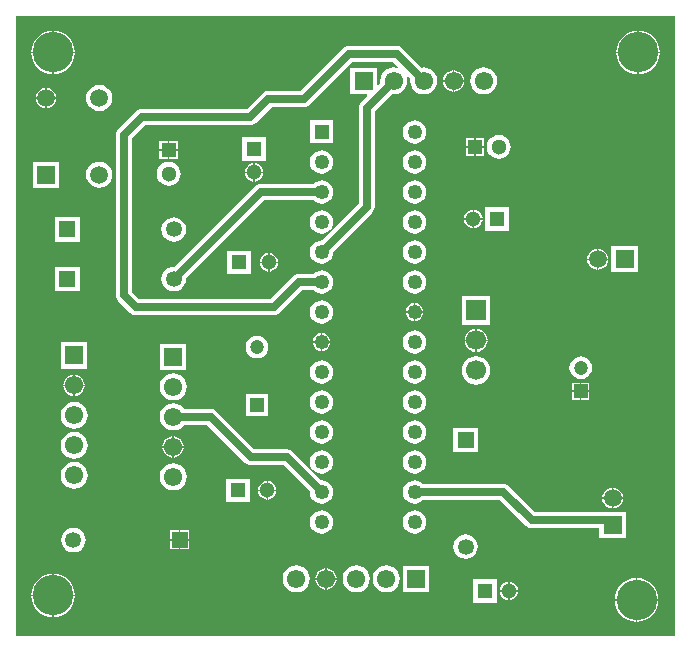
<source format=gbl>
G04*
G04 #@! TF.GenerationSoftware,Altium Limited,Altium Designer,23.2.1 (34)*
G04*
G04 Layer_Physical_Order=2*
G04 Layer_Color=16711680*
%FSLAX44Y44*%
%MOMM*%
G71*
G04*
G04 #@! TF.SameCoordinates,3E65621F-DDE3-4266-9229-7E2A0E2672EE*
G04*
G04*
G04 #@! TF.FilePolarity,Positive*
G04*
G01*
G75*
%ADD35C,0.6350*%
%ADD36C,1.5000*%
%ADD37R,1.5000X1.5000*%
%ADD38R,1.3000X1.3000*%
%ADD39C,1.3000*%
%ADD40R,1.5000X1.5000*%
%ADD41C,1.7000*%
%ADD42R,1.7000X1.7000*%
%ADD43C,3.4290*%
%ADD44C,1.3500*%
%ADD45R,1.3500X1.3500*%
%ADD46R,1.3000X1.3000*%
%ADD47R,1.3500X1.3500*%
%ADD48R,1.5500X1.5500*%
%ADD49C,1.5500*%
%ADD50R,1.5500X1.5500*%
%ADD51C,1.2500*%
%ADD52R,1.2500X1.2500*%
%ADD53R,1.2000X1.2000*%
%ADD54C,1.2000*%
G36*
X559301Y2039D02*
X2039D01*
Y527551D01*
X559301D01*
Y2039D01*
D02*
G37*
%LPC*%
G36*
X528955Y515012D02*
Y497205D01*
X546762D01*
X546469Y500180D01*
X545416Y503651D01*
X543706Y506850D01*
X541404Y509654D01*
X538600Y511956D01*
X535401Y513666D01*
X531930Y514719D01*
X528955Y515012D01*
D02*
G37*
G36*
X527685D02*
X524710Y514719D01*
X521239Y513666D01*
X518040Y511956D01*
X515236Y509654D01*
X512934Y506850D01*
X511224Y503651D01*
X510171Y500180D01*
X509878Y497205D01*
X527685D01*
Y515012D01*
D02*
G37*
G36*
X33655D02*
Y497205D01*
X51462D01*
X51169Y500180D01*
X50116Y503651D01*
X48406Y506850D01*
X46104Y509654D01*
X43300Y511956D01*
X40101Y513666D01*
X36630Y514719D01*
X33655Y515012D01*
D02*
G37*
G36*
X32385D02*
X29410Y514719D01*
X25939Y513666D01*
X22740Y511956D01*
X19936Y509654D01*
X17634Y506850D01*
X15924Y503651D01*
X14871Y500180D01*
X14578Y497205D01*
X32385D01*
Y515012D01*
D02*
G37*
G36*
X323850Y502089D02*
X283210D01*
X281453Y501858D01*
X279815Y501180D01*
X278409Y500101D01*
X242298Y463989D01*
X215265D01*
X213508Y463758D01*
X211870Y463079D01*
X210464Y462001D01*
X197213Y448749D01*
X107950D01*
X106193Y448518D01*
X104555Y447840D01*
X103149Y446761D01*
X87909Y431521D01*
X86831Y430115D01*
X86152Y428477D01*
X85921Y426720D01*
Y290830D01*
X86152Y289073D01*
X86831Y287435D01*
X87909Y286029D01*
X98069Y275869D01*
X99475Y274790D01*
X101113Y274112D01*
X102870Y273881D01*
X219710D01*
X221467Y274112D01*
X223105Y274790D01*
X224511Y275869D01*
X244112Y295471D01*
X253199D01*
X253356Y295266D01*
X255405Y293694D01*
X257790Y292706D01*
X260350Y292369D01*
X262910Y292706D01*
X265295Y293694D01*
X267344Y295266D01*
X268916Y297315D01*
X269904Y299700D01*
X270241Y302260D01*
X269904Y304820D01*
X268916Y307205D01*
X267344Y309254D01*
X265295Y310826D01*
X262910Y311814D01*
X260350Y312151D01*
X257790Y311814D01*
X255405Y310826D01*
X253356Y309254D01*
X253199Y309049D01*
X241300D01*
X239543Y308818D01*
X237905Y308139D01*
X236499Y307061D01*
X216898Y287459D01*
X105682D01*
X99499Y293642D01*
Y423908D01*
X110762Y435171D01*
X200025D01*
X201782Y435402D01*
X203420Y436081D01*
X204826Y437159D01*
X218077Y450411D01*
X245110D01*
X246867Y450642D01*
X248505Y451320D01*
X249911Y452399D01*
X286022Y488511D01*
X321038D01*
X325043Y484506D01*
X324323Y483429D01*
X324262Y483455D01*
X321310Y483844D01*
X318358Y483455D01*
X315608Y482316D01*
X313246Y480504D01*
X311434Y478142D01*
X310295Y475392D01*
X309906Y472440D01*
X310116Y470847D01*
X308389Y469121D01*
X307216Y469607D01*
Y483746D01*
X284604D01*
Y461134D01*
X298743D01*
X299229Y459961D01*
X293649Y454381D01*
X292570Y452975D01*
X291892Y451337D01*
X291661Y449580D01*
Y368572D01*
X260606Y337517D01*
X260350Y337551D01*
X257790Y337214D01*
X255405Y336226D01*
X253356Y334654D01*
X251784Y332605D01*
X250796Y330220D01*
X250459Y327660D01*
X250796Y325100D01*
X251784Y322715D01*
X253356Y320666D01*
X255405Y319095D01*
X257790Y318106D01*
X260350Y317769D01*
X262910Y318106D01*
X265295Y319095D01*
X267344Y320666D01*
X268916Y322715D01*
X269904Y325100D01*
X270241Y327660D01*
X270207Y327916D01*
X303251Y360959D01*
X304329Y362365D01*
X305008Y364003D01*
X305239Y365760D01*
Y446768D01*
X319717Y461246D01*
X321310Y461036D01*
X324262Y461425D01*
X327012Y462564D01*
X329374Y464376D01*
X331186Y466738D01*
X332325Y469488D01*
X332714Y472440D01*
X332325Y475392D01*
X332299Y475453D01*
X333376Y476173D01*
X335516Y474033D01*
X335306Y472440D01*
X335695Y469488D01*
X336834Y466738D01*
X338647Y464376D01*
X341008Y462564D01*
X343759Y461425D01*
X346710Y461036D01*
X349661Y461425D01*
X352412Y462564D01*
X354773Y464376D01*
X356586Y466738D01*
X357725Y469488D01*
X358114Y472440D01*
X357725Y475392D01*
X356586Y478142D01*
X354773Y480504D01*
X352412Y482316D01*
X349661Y483455D01*
X346710Y483844D01*
X345117Y483634D01*
X328651Y500101D01*
X327245Y501180D01*
X325607Y501858D01*
X324790Y501965D01*
X323850Y502089D01*
D02*
G37*
G36*
X546762Y495935D02*
X528955D01*
Y478128D01*
X531930Y478421D01*
X535401Y479474D01*
X538600Y481184D01*
X541404Y483486D01*
X543706Y486290D01*
X545416Y489489D01*
X546469Y492960D01*
X546762Y495935D01*
D02*
G37*
G36*
X527685D02*
X509878D01*
X510171Y492960D01*
X511224Y489489D01*
X512934Y486290D01*
X515236Y483486D01*
X518040Y481184D01*
X521239Y479474D01*
X524710Y478421D01*
X527685Y478128D01*
Y495935D01*
D02*
G37*
G36*
X51462D02*
X33655D01*
Y478128D01*
X36630Y478421D01*
X40101Y479474D01*
X43300Y481184D01*
X46104Y483486D01*
X48406Y486290D01*
X50116Y489489D01*
X51169Y492960D01*
X51462Y495935D01*
D02*
G37*
G36*
X32385D02*
X14578D01*
X14871Y492960D01*
X15924Y489489D01*
X17634Y486290D01*
X19936Y483486D01*
X22740Y481184D01*
X25939Y479474D01*
X29410Y478421D01*
X32385Y478128D01*
Y495935D01*
D02*
G37*
G36*
X372745Y481454D02*
Y473075D01*
X381124D01*
X380898Y474795D01*
X379989Y476989D01*
X378543Y478873D01*
X376659Y480319D01*
X374465Y481228D01*
X372745Y481454D01*
D02*
G37*
G36*
X371475D02*
X369755Y481228D01*
X367561Y480319D01*
X365677Y478873D01*
X364231Y476989D01*
X363322Y474795D01*
X363096Y473075D01*
X371475D01*
Y481454D01*
D02*
G37*
G36*
X381124Y471805D02*
X372745D01*
Y463426D01*
X374465Y463652D01*
X376659Y464561D01*
X378543Y466007D01*
X379989Y467891D01*
X380898Y470085D01*
X381124Y471805D01*
D02*
G37*
G36*
X371475D02*
X363096D01*
X363322Y470085D01*
X364231Y467891D01*
X365677Y466007D01*
X367561Y464561D01*
X369755Y463652D01*
X371475Y463426D01*
Y471805D01*
D02*
G37*
G36*
X397510Y483844D02*
X394558Y483455D01*
X391808Y482316D01*
X389446Y480504D01*
X387634Y478142D01*
X386495Y475392D01*
X386106Y472440D01*
X386495Y469488D01*
X387634Y466738D01*
X389446Y464376D01*
X391808Y462564D01*
X394558Y461425D01*
X397510Y461036D01*
X400462Y461425D01*
X403212Y462564D01*
X405574Y464376D01*
X407386Y466738D01*
X408525Y469488D01*
X408914Y472440D01*
X408525Y475392D01*
X407386Y478142D01*
X405574Y480504D01*
X403212Y482316D01*
X400462Y483455D01*
X397510Y483844D01*
D02*
G37*
G36*
X27665Y466712D02*
Y458585D01*
X35792D01*
X35574Y460239D01*
X34691Y462373D01*
X33285Y464205D01*
X31453Y465610D01*
X29320Y466494D01*
X27665Y466712D01*
D02*
G37*
G36*
X26395D02*
X24741Y466494D01*
X22607Y465610D01*
X20775Y464205D01*
X19370Y462373D01*
X18486Y460239D01*
X18268Y458585D01*
X26395D01*
Y466712D01*
D02*
G37*
G36*
X35792Y457315D02*
X27665D01*
Y449188D01*
X29320Y449406D01*
X31453Y450289D01*
X33285Y451695D01*
X34691Y453527D01*
X35574Y455660D01*
X35792Y457315D01*
D02*
G37*
G36*
X26395D02*
X18268D01*
X18486Y455660D01*
X19370Y453527D01*
X20775Y451695D01*
X22607Y450289D01*
X24741Y449406D01*
X26395Y449188D01*
Y457315D01*
D02*
G37*
G36*
X72030Y469101D02*
X69144Y468721D01*
X66454Y467607D01*
X64145Y465835D01*
X62372Y463526D01*
X61258Y460836D01*
X60878Y457950D01*
X61258Y455064D01*
X62372Y452374D01*
X64145Y450065D01*
X66454Y448292D01*
X69144Y447178D01*
X72030Y446798D01*
X74916Y447178D01*
X77606Y448292D01*
X79915Y450065D01*
X81687Y452374D01*
X82801Y455064D01*
X83181Y457950D01*
X82801Y460836D01*
X81687Y463526D01*
X79915Y465835D01*
X77606Y467607D01*
X74916Y468721D01*
X72030Y469101D01*
D02*
G37*
G36*
X270156Y439066D02*
X250544D01*
Y419454D01*
X270156D01*
Y439066D01*
D02*
G37*
G36*
X339090Y439151D02*
X336530Y438814D01*
X334145Y437826D01*
X332096Y436254D01*
X330524Y434205D01*
X329536Y431820D01*
X329199Y429260D01*
X329536Y426700D01*
X330524Y424315D01*
X332096Y422266D01*
X334145Y420695D01*
X336530Y419706D01*
X339090Y419369D01*
X341650Y419706D01*
X344035Y420695D01*
X346084Y422266D01*
X347655Y424315D01*
X348644Y426700D01*
X348981Y429260D01*
X348644Y431820D01*
X347655Y434205D01*
X346084Y436254D01*
X344035Y437826D01*
X341650Y438814D01*
X339090Y439151D01*
D02*
G37*
G36*
X397980Y424330D02*
X390845D01*
Y417195D01*
X397980D01*
Y424330D01*
D02*
G37*
G36*
X389575D02*
X382440D01*
Y417195D01*
X389575D01*
Y424330D01*
D02*
G37*
G36*
X138580Y421630D02*
X131445D01*
Y414495D01*
X138580D01*
Y421630D01*
D02*
G37*
G36*
X130175D02*
X123040D01*
Y414495D01*
X130175D01*
Y421630D01*
D02*
G37*
G36*
X397980Y415925D02*
X390845D01*
Y408790D01*
X397980D01*
Y415925D01*
D02*
G37*
G36*
X389575D02*
X382440D01*
Y408790D01*
X389575D01*
Y415925D01*
D02*
G37*
G36*
X410210Y426703D02*
X407585Y426357D01*
X405139Y425344D01*
X403038Y423732D01*
X401426Y421631D01*
X400413Y419185D01*
X400067Y416560D01*
X400413Y413935D01*
X401426Y411489D01*
X403038Y409388D01*
X405139Y407776D01*
X407585Y406763D01*
X410210Y406417D01*
X412835Y406763D01*
X415281Y407776D01*
X417382Y409388D01*
X418994Y411489D01*
X420007Y413935D01*
X420353Y416560D01*
X420007Y419185D01*
X418994Y421631D01*
X417382Y423732D01*
X415281Y425344D01*
X412835Y426357D01*
X410210Y426703D01*
D02*
G37*
G36*
X138580Y413225D02*
X131445D01*
Y406090D01*
X138580D01*
Y413225D01*
D02*
G37*
G36*
X130175D02*
X123040D01*
Y406090D01*
X130175D01*
Y413225D01*
D02*
G37*
G36*
X213256Y425026D02*
X193144D01*
Y404914D01*
X213256D01*
Y425026D01*
D02*
G37*
G36*
X203835Y402724D02*
Y395605D01*
X210954D01*
X210770Y396998D01*
X209987Y398889D01*
X208742Y400512D01*
X207118Y401757D01*
X205228Y402540D01*
X203835Y402724D01*
D02*
G37*
G36*
X202565D02*
X201172Y402540D01*
X199282Y401757D01*
X197658Y400512D01*
X196413Y398889D01*
X195630Y396998D01*
X195446Y395605D01*
X202565D01*
Y402724D01*
D02*
G37*
G36*
X339090Y413751D02*
X336530Y413414D01*
X334145Y412425D01*
X332096Y410854D01*
X330524Y408805D01*
X329536Y406420D01*
X329199Y403860D01*
X329536Y401300D01*
X330524Y398915D01*
X332096Y396866D01*
X334145Y395294D01*
X336530Y394306D01*
X339090Y393969D01*
X341650Y394306D01*
X344035Y395294D01*
X346084Y396866D01*
X347655Y398915D01*
X348644Y401300D01*
X348981Y403860D01*
X348644Y406420D01*
X347655Y408805D01*
X346084Y410854D01*
X344035Y412425D01*
X341650Y413414D01*
X339090Y413751D01*
D02*
G37*
G36*
X260350D02*
X257790Y413414D01*
X255405Y412425D01*
X253356Y410854D01*
X251784Y408805D01*
X250796Y406420D01*
X250459Y403860D01*
X250796Y401300D01*
X251784Y398915D01*
X253356Y396866D01*
X255405Y395294D01*
X257790Y394306D01*
X260350Y393969D01*
X262910Y394306D01*
X265295Y395294D01*
X267344Y396866D01*
X268916Y398915D01*
X269904Y401300D01*
X270241Y403860D01*
X269904Y406420D01*
X268916Y408805D01*
X267344Y410854D01*
X265295Y412425D01*
X262910Y413414D01*
X260350Y413751D01*
D02*
G37*
G36*
X210954Y394335D02*
X203835D01*
Y387216D01*
X205228Y387400D01*
X207118Y388183D01*
X208742Y389428D01*
X209987Y391051D01*
X210770Y392942D01*
X210954Y394335D01*
D02*
G37*
G36*
X202565D02*
X195446D01*
X195630Y392942D01*
X196413Y391051D01*
X197658Y389428D01*
X199282Y388183D01*
X201172Y387400D01*
X202565Y387216D01*
Y394335D01*
D02*
G37*
G36*
X130810Y404003D02*
X128185Y403657D01*
X125739Y402644D01*
X123638Y401032D01*
X122026Y398931D01*
X121013Y396485D01*
X120667Y393860D01*
X121013Y391235D01*
X122026Y388789D01*
X123638Y386688D01*
X125739Y385076D01*
X128185Y384063D01*
X130810Y383717D01*
X133435Y384063D01*
X135881Y385076D01*
X137982Y386688D01*
X139594Y388789D01*
X140607Y391235D01*
X140953Y393860D01*
X140607Y396485D01*
X139594Y398931D01*
X137982Y401032D01*
X135881Y402644D01*
X133435Y403657D01*
X130810Y404003D01*
D02*
G37*
G36*
X38086Y404006D02*
X15974D01*
Y381894D01*
X38086D01*
Y404006D01*
D02*
G37*
G36*
X72030Y404102D02*
X69144Y403722D01*
X66454Y402608D01*
X64145Y400835D01*
X62372Y398526D01*
X61258Y395836D01*
X60878Y392950D01*
X61258Y390064D01*
X62372Y387374D01*
X64145Y385065D01*
X66454Y383293D01*
X69144Y382179D01*
X72030Y381799D01*
X74916Y382179D01*
X77606Y383293D01*
X79915Y385065D01*
X81687Y387374D01*
X82801Y390064D01*
X83181Y392950D01*
X82801Y395836D01*
X81687Y398526D01*
X79915Y400835D01*
X77606Y402608D01*
X74916Y403722D01*
X72030Y404102D01*
D02*
G37*
G36*
X339090Y388351D02*
X336530Y388014D01*
X334145Y387025D01*
X332096Y385454D01*
X330524Y383405D01*
X329536Y381020D01*
X329199Y378460D01*
X329536Y375900D01*
X330524Y373515D01*
X332096Y371466D01*
X334145Y369894D01*
X336530Y368906D01*
X339090Y368569D01*
X341650Y368906D01*
X344035Y369894D01*
X346084Y371466D01*
X347655Y373515D01*
X348644Y375900D01*
X348981Y378460D01*
X348644Y381020D01*
X347655Y383405D01*
X346084Y385454D01*
X344035Y387025D01*
X341650Y388014D01*
X339090Y388351D01*
D02*
G37*
G36*
X260350D02*
X257790Y388014D01*
X255405Y387025D01*
X253356Y385454D01*
X253199Y385249D01*
X208830D01*
X207073Y385018D01*
X205436Y384339D01*
X204030Y383261D01*
X135871Y315103D01*
X135170Y315195D01*
X132480Y314841D01*
X129973Y313802D01*
X127820Y312150D01*
X126168Y309997D01*
X125129Y307490D01*
X124775Y304800D01*
X125129Y302110D01*
X126168Y299603D01*
X127820Y297450D01*
X129973Y295798D01*
X132480Y294759D01*
X135170Y294405D01*
X137861Y294759D01*
X140368Y295798D01*
X142521Y297450D01*
X144172Y299603D01*
X145211Y302110D01*
X145565Y304800D01*
X145473Y305501D01*
X211642Y371671D01*
X253199D01*
X253356Y371466D01*
X255405Y369894D01*
X257790Y368906D01*
X260350Y368569D01*
X262910Y368906D01*
X265295Y369894D01*
X267344Y371466D01*
X268916Y373515D01*
X269904Y375900D01*
X270241Y378460D01*
X269904Y381020D01*
X268916Y383405D01*
X267344Y385454D01*
X265295Y387025D01*
X262910Y388014D01*
X260350Y388351D01*
D02*
G37*
G36*
X389575Y363354D02*
Y356235D01*
X396693D01*
X396510Y357628D01*
X395727Y359519D01*
X394482Y361142D01*
X392859Y362387D01*
X390968Y363170D01*
X389575Y363354D01*
D02*
G37*
G36*
X388305D02*
X386912Y363170D01*
X385022Y362387D01*
X383398Y361142D01*
X382153Y359519D01*
X381370Y357628D01*
X381187Y356235D01*
X388305D01*
Y363354D01*
D02*
G37*
G36*
X396693Y354965D02*
X389575D01*
Y347846D01*
X390968Y348030D01*
X392859Y348813D01*
X394482Y350058D01*
X395727Y351682D01*
X396510Y353572D01*
X396693Y354965D01*
D02*
G37*
G36*
X388305D02*
X381187D01*
X381370Y353572D01*
X382153Y351682D01*
X383398Y350058D01*
X385022Y348813D01*
X386912Y348030D01*
X388305Y347846D01*
Y354965D01*
D02*
G37*
G36*
X418996Y365656D02*
X398884D01*
Y345544D01*
X418996D01*
Y365656D01*
D02*
G37*
G36*
X339090Y362951D02*
X336530Y362614D01*
X334145Y361626D01*
X332096Y360054D01*
X330524Y358005D01*
X329536Y355620D01*
X329199Y353060D01*
X329536Y350500D01*
X330524Y348115D01*
X332096Y346066D01*
X334145Y344495D01*
X336530Y343506D01*
X339090Y343169D01*
X341650Y343506D01*
X344035Y344495D01*
X346084Y346066D01*
X347655Y348115D01*
X348644Y350500D01*
X348981Y353060D01*
X348644Y355620D01*
X347655Y358005D01*
X346084Y360054D01*
X344035Y361626D01*
X341650Y362614D01*
X339090Y362951D01*
D02*
G37*
G36*
X260350D02*
X257790Y362614D01*
X255405Y361626D01*
X253356Y360054D01*
X251784Y358005D01*
X250796Y355620D01*
X250459Y353060D01*
X250796Y350500D01*
X251784Y348115D01*
X253356Y346066D01*
X255405Y344495D01*
X257790Y343506D01*
X260350Y343169D01*
X262910Y343506D01*
X265295Y344495D01*
X267344Y346066D01*
X268916Y348115D01*
X269904Y350500D01*
X270241Y353060D01*
X269904Y355620D01*
X268916Y358005D01*
X267344Y360054D01*
X265295Y361626D01*
X262910Y362614D01*
X260350Y362951D01*
D02*
G37*
G36*
X55476Y357016D02*
X34864D01*
Y336404D01*
X55476D01*
Y357016D01*
D02*
G37*
G36*
X135170Y357105D02*
X132480Y356751D01*
X129973Y355712D01*
X127820Y354060D01*
X126168Y351907D01*
X125129Y349400D01*
X124775Y346710D01*
X125129Y344020D01*
X126168Y341513D01*
X127820Y339360D01*
X129973Y337708D01*
X132480Y336669D01*
X135170Y336315D01*
X137861Y336669D01*
X140368Y337708D01*
X142521Y339360D01*
X144172Y341513D01*
X145211Y344020D01*
X145565Y346710D01*
X145211Y349400D01*
X144172Y351907D01*
X142521Y354060D01*
X140368Y355712D01*
X137861Y356751D01*
X135170Y357105D01*
D02*
G37*
G36*
X494695Y330072D02*
Y321945D01*
X502822D01*
X502604Y323599D01*
X501721Y325733D01*
X500315Y327565D01*
X498483Y328971D01*
X496349Y329854D01*
X494695Y330072D01*
D02*
G37*
G36*
X493425D02*
X491771Y329854D01*
X489637Y328971D01*
X487805Y327565D01*
X486399Y325733D01*
X485516Y323599D01*
X485298Y321945D01*
X493425D01*
Y330072D01*
D02*
G37*
G36*
X216335Y326523D02*
Y319405D01*
X223454D01*
X223270Y320798D01*
X222487Y322688D01*
X221242Y324312D01*
X219618Y325557D01*
X217728Y326340D01*
X216335Y326523D01*
D02*
G37*
G36*
X215065Y326524D02*
X213672Y326340D01*
X211782Y325557D01*
X210158Y324312D01*
X208913Y322688D01*
X208130Y320798D01*
X207946Y319405D01*
X215065D01*
Y326524D01*
D02*
G37*
G36*
X339090Y337551D02*
X336530Y337214D01*
X334145Y336226D01*
X332096Y334654D01*
X330524Y332605D01*
X329536Y330220D01*
X329199Y327660D01*
X329536Y325100D01*
X330524Y322715D01*
X332096Y320666D01*
X334145Y319095D01*
X336530Y318106D01*
X339090Y317769D01*
X341650Y318106D01*
X344035Y319095D01*
X346084Y320666D01*
X347655Y322715D01*
X348644Y325100D01*
X348981Y327660D01*
X348644Y330220D01*
X347655Y332605D01*
X346084Y334654D01*
X344035Y336226D01*
X341650Y337214D01*
X339090Y337551D01*
D02*
G37*
G36*
X502822Y320675D02*
X494695D01*
Y312548D01*
X496349Y312766D01*
X498483Y313649D01*
X500315Y315055D01*
X501721Y316887D01*
X502604Y319021D01*
X502822Y320675D01*
D02*
G37*
G36*
X493425D02*
X485298D01*
X485516Y319021D01*
X486399Y316887D01*
X487805Y315055D01*
X489637Y313649D01*
X491771Y312766D01*
X493425Y312548D01*
Y320675D01*
D02*
G37*
G36*
X223454Y318135D02*
X216335D01*
Y311017D01*
X217728Y311200D01*
X219618Y311983D01*
X221242Y313228D01*
X222487Y314851D01*
X223270Y316742D01*
X223454Y318135D01*
D02*
G37*
G36*
X215065D02*
X207946D01*
X208130Y316742D01*
X208913Y314851D01*
X210158Y313228D01*
X211782Y311983D01*
X213672Y311200D01*
X215065Y311017D01*
Y318135D01*
D02*
G37*
G36*
X527916Y332366D02*
X505804D01*
Y310254D01*
X527916D01*
Y332366D01*
D02*
G37*
G36*
X200756Y328826D02*
X180644D01*
Y308714D01*
X200756D01*
Y328826D01*
D02*
G37*
G36*
X55476Y315106D02*
X34864D01*
Y294494D01*
X55476D01*
Y315106D01*
D02*
G37*
G36*
X339090Y312151D02*
X336530Y311814D01*
X334145Y310826D01*
X332096Y309254D01*
X330524Y307205D01*
X329536Y304820D01*
X329199Y302260D01*
X329536Y299700D01*
X330524Y297315D01*
X332096Y295266D01*
X334145Y293694D01*
X336530Y292706D01*
X339090Y292369D01*
X341650Y292706D01*
X344035Y293694D01*
X346084Y295266D01*
X347655Y297315D01*
X348644Y299700D01*
X348981Y302260D01*
X348644Y304820D01*
X347655Y307205D01*
X346084Y309254D01*
X344035Y310826D01*
X341650Y311814D01*
X339090Y312151D01*
D02*
G37*
G36*
X339725Y284361D02*
Y277495D01*
X346591D01*
X346417Y278823D01*
X345659Y280652D01*
X344453Y282223D01*
X342882Y283429D01*
X341053Y284186D01*
X339725Y284361D01*
D02*
G37*
G36*
X338455D02*
X337127Y284186D01*
X335298Y283429D01*
X333727Y282223D01*
X332521Y280652D01*
X331763Y278823D01*
X331589Y277495D01*
X338455D01*
Y284361D01*
D02*
G37*
G36*
X346591Y276225D02*
X339725D01*
Y269359D01*
X341053Y269534D01*
X342882Y270291D01*
X344453Y271497D01*
X345659Y273068D01*
X346417Y274897D01*
X346591Y276225D01*
D02*
G37*
G36*
X338455D02*
X331589D01*
X331763Y274897D01*
X332521Y273068D01*
X333727Y271497D01*
X335298Y270291D01*
X337127Y269534D01*
X338455Y269359D01*
Y276225D01*
D02*
G37*
G36*
X260350Y286751D02*
X257790Y286414D01*
X255405Y285425D01*
X253356Y283854D01*
X251784Y281805D01*
X250796Y279420D01*
X250459Y276860D01*
X250796Y274300D01*
X251784Y271915D01*
X253356Y269866D01*
X255405Y268295D01*
X257790Y267306D01*
X260350Y266969D01*
X262910Y267306D01*
X265295Y268295D01*
X267344Y269866D01*
X268916Y271915D01*
X269904Y274300D01*
X270241Y276860D01*
X269904Y279420D01*
X268916Y281805D01*
X267344Y283854D01*
X265295Y285425D01*
X262910Y286414D01*
X260350Y286751D01*
D02*
G37*
G36*
X403216Y290186D02*
X379104D01*
Y266074D01*
X403216D01*
Y290186D01*
D02*
G37*
G36*
X391795Y262501D02*
Y253365D01*
X400931D01*
X400678Y255280D01*
X399694Y257657D01*
X398128Y259698D01*
X396087Y261264D01*
X393711Y262248D01*
X391795Y262501D01*
D02*
G37*
G36*
X390525D02*
X388610Y262248D01*
X386233Y261264D01*
X384192Y259698D01*
X382626Y257657D01*
X381642Y255280D01*
X381389Y253365D01*
X390525D01*
Y262501D01*
D02*
G37*
G36*
X260985Y258961D02*
Y252095D01*
X267851D01*
X267677Y253423D01*
X266919Y255252D01*
X265713Y256823D01*
X264142Y258029D01*
X262313Y258787D01*
X260985Y258961D01*
D02*
G37*
G36*
X259715D02*
X258387Y258787D01*
X256558Y258029D01*
X254987Y256823D01*
X253781Y255252D01*
X253023Y253423D01*
X252849Y252095D01*
X259715D01*
Y258961D01*
D02*
G37*
G36*
X267851Y250825D02*
X260985D01*
Y243959D01*
X262313Y244133D01*
X264142Y244891D01*
X265713Y246097D01*
X266919Y247668D01*
X267677Y249497D01*
X267851Y250825D01*
D02*
G37*
G36*
X259715D02*
X252849D01*
X253023Y249497D01*
X253781Y247668D01*
X254987Y246097D01*
X256558Y244891D01*
X258387Y244133D01*
X259715Y243959D01*
Y250825D01*
D02*
G37*
G36*
X400931Y252095D02*
X391795D01*
Y242959D01*
X393711Y243211D01*
X396087Y244196D01*
X398128Y245762D01*
X399694Y247803D01*
X400678Y250180D01*
X400931Y252095D01*
D02*
G37*
G36*
X390525D02*
X381389D01*
X381642Y250180D01*
X382626Y247803D01*
X384192Y245762D01*
X386233Y244196D01*
X388610Y243211D01*
X390525Y242959D01*
Y252095D01*
D02*
G37*
G36*
X339090Y261351D02*
X336530Y261014D01*
X334145Y260026D01*
X332096Y258454D01*
X330524Y256405D01*
X329536Y254020D01*
X329199Y251460D01*
X329536Y248900D01*
X330524Y246515D01*
X332096Y244466D01*
X334145Y242894D01*
X336530Y241906D01*
X339090Y241569D01*
X341650Y241906D01*
X344035Y242894D01*
X346084Y244466D01*
X347655Y246515D01*
X348644Y248900D01*
X348981Y251460D01*
X348644Y254020D01*
X347655Y256405D01*
X346084Y258454D01*
X344035Y260026D01*
X341650Y261014D01*
X339090Y261351D01*
D02*
G37*
G36*
X205740Y256759D02*
X203245Y256430D01*
X200921Y255467D01*
X198925Y253936D01*
X197393Y251939D01*
X196430Y249615D01*
X196102Y247120D01*
X196430Y244625D01*
X197393Y242301D01*
X198925Y240305D01*
X200921Y238773D01*
X203245Y237810D01*
X205740Y237482D01*
X208235Y237810D01*
X210559Y238773D01*
X212555Y240305D01*
X214087Y242301D01*
X215050Y244625D01*
X215378Y247120D01*
X215050Y249615D01*
X214087Y251939D01*
X212555Y253936D01*
X210559Y255467D01*
X208235Y256430D01*
X205740Y256759D01*
D02*
G37*
G36*
X62106Y251336D02*
X39494D01*
Y228724D01*
X62106D01*
Y251336D01*
D02*
G37*
G36*
X145926Y250066D02*
X123314D01*
Y227454D01*
X145926D01*
Y250066D01*
D02*
G37*
G36*
X479690Y239348D02*
X477196Y239020D01*
X474871Y238057D01*
X472875Y236525D01*
X471343Y234529D01*
X470380Y232205D01*
X470052Y229710D01*
X470380Y227215D01*
X471343Y224891D01*
X472875Y222895D01*
X474871Y221363D01*
X477196Y220400D01*
X479690Y220072D01*
X482185Y220400D01*
X484509Y221363D01*
X486506Y222895D01*
X488037Y224891D01*
X489000Y227215D01*
X489329Y229710D01*
X489000Y232205D01*
X488037Y234529D01*
X486506Y236525D01*
X484509Y238057D01*
X482185Y239020D01*
X479690Y239348D01*
D02*
G37*
G36*
X339090Y235951D02*
X336530Y235614D01*
X334145Y234625D01*
X332096Y233054D01*
X330524Y231005D01*
X329536Y228620D01*
X329199Y226060D01*
X329536Y223500D01*
X330524Y221115D01*
X332096Y219066D01*
X334145Y217495D01*
X336530Y216506D01*
X339090Y216169D01*
X341650Y216506D01*
X344035Y217495D01*
X346084Y219066D01*
X347655Y221115D01*
X348644Y223500D01*
X348981Y226060D01*
X348644Y228620D01*
X347655Y231005D01*
X346084Y233054D01*
X344035Y234625D01*
X341650Y235614D01*
X339090Y235951D01*
D02*
G37*
G36*
X260350D02*
X257790Y235614D01*
X255405Y234625D01*
X253356Y233054D01*
X251784Y231005D01*
X250796Y228620D01*
X250459Y226060D01*
X250796Y223500D01*
X251784Y221115D01*
X253356Y219066D01*
X255405Y217495D01*
X257790Y216506D01*
X260350Y216169D01*
X262910Y216506D01*
X265295Y217495D01*
X267344Y219066D01*
X268916Y221115D01*
X269904Y223500D01*
X270241Y226060D01*
X269904Y228620D01*
X268916Y231005D01*
X267344Y233054D01*
X265295Y234625D01*
X262910Y235614D01*
X260350Y235951D01*
D02*
G37*
G36*
X51435Y223644D02*
Y215265D01*
X59814D01*
X59588Y216985D01*
X58679Y219179D01*
X57233Y221063D01*
X55349Y222509D01*
X53155Y223418D01*
X51435Y223644D01*
D02*
G37*
G36*
X50165D02*
X48445Y223418D01*
X46251Y222509D01*
X44367Y221063D01*
X42921Y219179D01*
X42012Y216985D01*
X41786Y215265D01*
X50165D01*
Y223644D01*
D02*
G37*
G36*
X391160Y239490D02*
X388013Y239076D01*
X385080Y237861D01*
X382562Y235928D01*
X380629Y233410D01*
X379414Y230477D01*
X379000Y227330D01*
X379414Y224183D01*
X380629Y221250D01*
X382562Y218732D01*
X385080Y216799D01*
X388013Y215584D01*
X391160Y215170D01*
X394307Y215584D01*
X397240Y216799D01*
X399758Y218732D01*
X401691Y221250D01*
X402906Y224183D01*
X403320Y227330D01*
X402906Y230477D01*
X401691Y233410D01*
X399758Y235928D01*
X397240Y237861D01*
X394307Y239076D01*
X391160Y239490D01*
D02*
G37*
G36*
X486960Y216980D02*
X480325D01*
Y210345D01*
X486960D01*
Y216980D01*
D02*
G37*
G36*
X479055D02*
X472420D01*
Y210345D01*
X479055D01*
Y216980D01*
D02*
G37*
G36*
X59814Y213995D02*
X51435D01*
Y205616D01*
X53155Y205842D01*
X55349Y206751D01*
X57233Y208197D01*
X58679Y210081D01*
X59588Y212275D01*
X59814Y213995D01*
D02*
G37*
G36*
X50165D02*
X41786D01*
X42012Y212275D01*
X42921Y210081D01*
X44367Y208197D01*
X46251Y206751D01*
X48445Y205842D01*
X50165Y205616D01*
Y213995D01*
D02*
G37*
G36*
X486960Y209075D02*
X480325D01*
Y202440D01*
X486960D01*
Y209075D01*
D02*
G37*
G36*
X479055D02*
X472420D01*
Y202440D01*
X479055D01*
Y209075D01*
D02*
G37*
G36*
X134620Y224764D02*
X131669Y224375D01*
X128918Y223236D01*
X126557Y221423D01*
X124744Y219062D01*
X123605Y216311D01*
X123216Y213360D01*
X123605Y210408D01*
X124744Y207658D01*
X126557Y205296D01*
X128918Y203484D01*
X131669Y202345D01*
X134620Y201956D01*
X137571Y202345D01*
X140322Y203484D01*
X142683Y205296D01*
X144496Y207658D01*
X145635Y210408D01*
X146024Y213360D01*
X145635Y216311D01*
X144496Y219062D01*
X142683Y221423D01*
X140322Y223236D01*
X137571Y224375D01*
X134620Y224764D01*
D02*
G37*
G36*
X339090Y210551D02*
X336530Y210214D01*
X334145Y209226D01*
X332096Y207654D01*
X330524Y205605D01*
X329536Y203220D01*
X329199Y200660D01*
X329536Y198100D01*
X330524Y195715D01*
X332096Y193666D01*
X334145Y192094D01*
X336530Y191106D01*
X339090Y190769D01*
X341650Y191106D01*
X344035Y192094D01*
X346084Y193666D01*
X347655Y195715D01*
X348644Y198100D01*
X348981Y200660D01*
X348644Y203220D01*
X347655Y205605D01*
X346084Y207654D01*
X344035Y209226D01*
X341650Y210214D01*
X339090Y210551D01*
D02*
G37*
G36*
X260350D02*
X257790Y210214D01*
X255405Y209226D01*
X253356Y207654D01*
X251784Y205605D01*
X250796Y203220D01*
X250459Y200660D01*
X250796Y198100D01*
X251784Y195715D01*
X253356Y193666D01*
X255405Y192094D01*
X257790Y191106D01*
X260350Y190769D01*
X262910Y191106D01*
X265295Y192094D01*
X267344Y193666D01*
X268916Y195715D01*
X269904Y198100D01*
X270241Y200660D01*
X269904Y203220D01*
X268916Y205605D01*
X267344Y207654D01*
X265295Y209226D01*
X262910Y210214D01*
X260350Y210551D01*
D02*
G37*
G36*
X215296Y207676D02*
X196184D01*
Y188564D01*
X215296D01*
Y207676D01*
D02*
G37*
G36*
X50800Y200634D02*
X47849Y200245D01*
X45098Y199106D01*
X42737Y197293D01*
X40924Y194932D01*
X39785Y192181D01*
X39396Y189230D01*
X39785Y186278D01*
X40924Y183528D01*
X42737Y181166D01*
X45098Y179354D01*
X47849Y178215D01*
X50800Y177826D01*
X53752Y178215D01*
X56502Y179354D01*
X58864Y181166D01*
X60676Y183528D01*
X61815Y186278D01*
X62204Y189230D01*
X61815Y192181D01*
X60676Y194932D01*
X58864Y197293D01*
X56502Y199106D01*
X53752Y200245D01*
X50800Y200634D01*
D02*
G37*
G36*
X339090Y185151D02*
X336530Y184814D01*
X334145Y183825D01*
X332096Y182254D01*
X330524Y180205D01*
X329536Y177820D01*
X329199Y175260D01*
X329536Y172700D01*
X330524Y170315D01*
X332096Y168266D01*
X334145Y166695D01*
X336530Y165706D01*
X339090Y165369D01*
X341650Y165706D01*
X344035Y166695D01*
X346084Y168266D01*
X347655Y170315D01*
X348644Y172700D01*
X348981Y175260D01*
X348644Y177820D01*
X347655Y180205D01*
X346084Y182254D01*
X344035Y183825D01*
X341650Y184814D01*
X339090Y185151D01*
D02*
G37*
G36*
X260350D02*
X257790Y184814D01*
X255405Y183825D01*
X253356Y182254D01*
X251784Y180205D01*
X250796Y177820D01*
X250459Y175260D01*
X250796Y172700D01*
X251784Y170315D01*
X253356Y168266D01*
X255405Y166695D01*
X257790Y165706D01*
X260350Y165369D01*
X262910Y165706D01*
X265295Y166695D01*
X267344Y168266D01*
X268916Y170315D01*
X269904Y172700D01*
X270241Y175260D01*
X269904Y177820D01*
X268916Y180205D01*
X267344Y182254D01*
X265295Y183825D01*
X262910Y184814D01*
X260350Y185151D01*
D02*
G37*
G36*
X135255Y171574D02*
Y163195D01*
X143634D01*
X143408Y164915D01*
X142499Y167109D01*
X141053Y168993D01*
X139169Y170439D01*
X136975Y171348D01*
X135255Y171574D01*
D02*
G37*
G36*
X133985D02*
X132265Y171348D01*
X130071Y170439D01*
X128187Y168993D01*
X126741Y167109D01*
X125832Y164915D01*
X125606Y163195D01*
X133985D01*
Y171574D01*
D02*
G37*
G36*
X392576Y178496D02*
X371964D01*
Y157884D01*
X392576D01*
Y178496D01*
D02*
G37*
G36*
X143634Y161925D02*
X135255D01*
Y153546D01*
X136975Y153772D01*
X139169Y154681D01*
X141053Y156127D01*
X142499Y158011D01*
X143408Y160205D01*
X143634Y161925D01*
D02*
G37*
G36*
X133985D02*
X125606D01*
X125832Y160205D01*
X126741Y158011D01*
X128187Y156127D01*
X130071Y154681D01*
X132265Y153772D01*
X133985Y153546D01*
Y161925D01*
D02*
G37*
G36*
X50800Y175234D02*
X47849Y174845D01*
X45098Y173706D01*
X42737Y171894D01*
X40924Y169532D01*
X39785Y166782D01*
X39396Y163830D01*
X39785Y160879D01*
X40924Y158128D01*
X42737Y155766D01*
X45098Y153954D01*
X47849Y152815D01*
X50800Y152426D01*
X53752Y152815D01*
X56502Y153954D01*
X58864Y155766D01*
X60676Y158128D01*
X61815Y160879D01*
X62204Y163830D01*
X61815Y166782D01*
X60676Y169532D01*
X58864Y171894D01*
X56502Y173706D01*
X53752Y174845D01*
X50800Y175234D01*
D02*
G37*
G36*
X339090Y159751D02*
X336530Y159414D01*
X334145Y158426D01*
X332096Y156854D01*
X330524Y154805D01*
X329536Y152420D01*
X329199Y149860D01*
X329536Y147300D01*
X330524Y144915D01*
X332096Y142866D01*
X334145Y141294D01*
X336530Y140306D01*
X339090Y139969D01*
X341650Y140306D01*
X344035Y141294D01*
X346084Y142866D01*
X347655Y144915D01*
X348644Y147300D01*
X348981Y149860D01*
X348644Y152420D01*
X347655Y154805D01*
X346084Y156854D01*
X344035Y158426D01*
X341650Y159414D01*
X339090Y159751D01*
D02*
G37*
G36*
X260350D02*
X257790Y159414D01*
X255405Y158426D01*
X253356Y156854D01*
X251784Y154805D01*
X250796Y152420D01*
X250459Y149860D01*
X250796Y147300D01*
X251784Y144915D01*
X253356Y142866D01*
X255405Y141294D01*
X257790Y140306D01*
X260350Y139969D01*
X262910Y140306D01*
X265295Y141294D01*
X267344Y142866D01*
X268916Y144915D01*
X269904Y147300D01*
X270241Y149860D01*
X269904Y152420D01*
X268916Y154805D01*
X267344Y156854D01*
X265295Y158426D01*
X262910Y159414D01*
X260350Y159751D01*
D02*
G37*
G36*
X50800Y149834D02*
X47849Y149445D01*
X45098Y148306D01*
X42737Y146494D01*
X40924Y144132D01*
X39785Y141382D01*
X39396Y138430D01*
X39785Y135478D01*
X40924Y132728D01*
X42737Y130366D01*
X45098Y128554D01*
X47849Y127415D01*
X50800Y127026D01*
X53752Y127415D01*
X56502Y128554D01*
X58864Y130366D01*
X60676Y132728D01*
X61815Y135478D01*
X62204Y138430D01*
X61815Y141382D01*
X60676Y144132D01*
X58864Y146494D01*
X56502Y148306D01*
X53752Y149445D01*
X50800Y149834D01*
D02*
G37*
G36*
X215065Y133483D02*
Y126365D01*
X222184D01*
X222000Y127758D01*
X221217Y129649D01*
X219972Y131272D01*
X218349Y132517D01*
X216459Y133300D01*
X215065Y133483D01*
D02*
G37*
G36*
X213795Y133483D02*
X212402Y133300D01*
X210512Y132517D01*
X208889Y131272D01*
X207643Y129649D01*
X206860Y127758D01*
X206677Y126365D01*
X213795D01*
Y133483D01*
D02*
G37*
G36*
X134620Y148564D02*
X131669Y148175D01*
X128918Y147036D01*
X126557Y145224D01*
X124744Y142862D01*
X123605Y140112D01*
X123216Y137160D01*
X123605Y134208D01*
X124744Y131458D01*
X126557Y129096D01*
X128918Y127284D01*
X131669Y126145D01*
X134620Y125756D01*
X137571Y126145D01*
X140322Y127284D01*
X142683Y129096D01*
X144496Y131458D01*
X145635Y134208D01*
X146024Y137160D01*
X145635Y140112D01*
X144496Y142862D01*
X142683Y145224D01*
X140322Y147036D01*
X137571Y148175D01*
X134620Y148564D01*
D02*
G37*
G36*
X507365Y128112D02*
Y119985D01*
X515492D01*
X515274Y121639D01*
X514391Y123773D01*
X512985Y125605D01*
X511153Y127011D01*
X509019Y127894D01*
X507365Y128112D01*
D02*
G37*
G36*
X506095D02*
X504441Y127894D01*
X502307Y127011D01*
X500475Y125605D01*
X499069Y123773D01*
X498186Y121639D01*
X497968Y119985D01*
X506095D01*
Y128112D01*
D02*
G37*
G36*
X222184Y125095D02*
X215065D01*
Y117977D01*
X216459Y118160D01*
X218349Y118943D01*
X219972Y120188D01*
X221217Y121812D01*
X222000Y123702D01*
X222184Y125095D01*
D02*
G37*
G36*
X213795D02*
X206677D01*
X206860Y123702D01*
X207643Y121812D01*
X208889Y120188D01*
X210512Y118943D01*
X212402Y118160D01*
X213795Y117977D01*
Y125095D01*
D02*
G37*
G36*
X199486Y135786D02*
X179374D01*
Y115674D01*
X199486D01*
Y135786D01*
D02*
G37*
G36*
X134620Y199364D02*
X131669Y198975D01*
X128918Y197836D01*
X126557Y196024D01*
X124744Y193662D01*
X123605Y190912D01*
X123216Y187960D01*
X123605Y185009D01*
X124744Y182258D01*
X126557Y179897D01*
X128918Y178084D01*
X131669Y176945D01*
X134620Y176556D01*
X137571Y176945D01*
X140322Y178084D01*
X142683Y179897D01*
X143661Y181171D01*
X163558D01*
X195859Y148869D01*
X197265Y147790D01*
X198903Y147112D01*
X200660Y146881D01*
X228328D01*
X250493Y124716D01*
X250459Y124460D01*
X250796Y121900D01*
X251784Y119515D01*
X253356Y117466D01*
X255405Y115894D01*
X257790Y114906D01*
X260350Y114569D01*
X262910Y114906D01*
X265295Y115894D01*
X267344Y117466D01*
X268916Y119515D01*
X269904Y121900D01*
X270241Y124460D01*
X269904Y127020D01*
X268916Y129405D01*
X267344Y131454D01*
X265295Y133026D01*
X262910Y134014D01*
X260350Y134351D01*
X260094Y134317D01*
X235941Y158471D01*
X234535Y159550D01*
X232897Y160228D01*
X231140Y160459D01*
X203472D01*
X171171Y192761D01*
X169765Y193839D01*
X168127Y194518D01*
X166370Y194749D01*
X143661D01*
X142683Y196024D01*
X140322Y197836D01*
X137571Y198975D01*
X134620Y199364D01*
D02*
G37*
G36*
X515492Y118715D02*
X507365D01*
Y110588D01*
X509019Y110806D01*
X511153Y111690D01*
X512985Y113095D01*
X514391Y114927D01*
X515274Y117061D01*
X515492Y118715D01*
D02*
G37*
G36*
X506095D02*
X497968D01*
X498186Y117061D01*
X499069Y114927D01*
X500475Y113095D01*
X502307Y111690D01*
X504441Y110806D01*
X506095Y110588D01*
Y118715D01*
D02*
G37*
G36*
X339090Y108951D02*
X336530Y108614D01*
X334145Y107626D01*
X332096Y106054D01*
X330524Y104005D01*
X329536Y101620D01*
X329199Y99060D01*
X329536Y96500D01*
X330524Y94115D01*
X332096Y92066D01*
X334145Y90494D01*
X336530Y89506D01*
X339090Y89169D01*
X341650Y89506D01*
X344035Y90494D01*
X346084Y92066D01*
X347655Y94115D01*
X348644Y96500D01*
X348981Y99060D01*
X348644Y101620D01*
X347655Y104005D01*
X346084Y106054D01*
X344035Y107626D01*
X341650Y108614D01*
X339090Y108951D01*
D02*
G37*
G36*
X260350D02*
X257790Y108614D01*
X255405Y107626D01*
X253356Y106054D01*
X251784Y104005D01*
X250796Y101620D01*
X250459Y99060D01*
X250796Y96500D01*
X251784Y94115D01*
X253356Y92066D01*
X255405Y90494D01*
X257790Y89506D01*
X260350Y89169D01*
X262910Y89506D01*
X265295Y90494D01*
X267344Y92066D01*
X268916Y94115D01*
X269904Y96500D01*
X270241Y99060D01*
X269904Y101620D01*
X268916Y104005D01*
X267344Y106054D01*
X265295Y107626D01*
X262910Y108614D01*
X260350Y108951D01*
D02*
G37*
G36*
X339090Y134351D02*
X336530Y134014D01*
X334145Y133026D01*
X332096Y131454D01*
X330524Y129405D01*
X329536Y127020D01*
X329199Y124460D01*
X329536Y121900D01*
X330524Y119515D01*
X332096Y117466D01*
X334145Y115894D01*
X336530Y114906D01*
X339090Y114569D01*
X341650Y114906D01*
X344035Y115894D01*
X346084Y117466D01*
X346241Y117671D01*
X411208D01*
X433349Y95529D01*
X434755Y94451D01*
X436393Y93772D01*
X438150Y93541D01*
X495674D01*
Y85494D01*
X517786D01*
Y107606D01*
X495674D01*
Y107119D01*
X440962D01*
X418821Y129261D01*
X417415Y130339D01*
X415777Y131018D01*
X414020Y131249D01*
X346241D01*
X346084Y131454D01*
X344035Y133026D01*
X341650Y134014D01*
X339090Y134351D01*
D02*
G37*
G36*
X148270Y91840D02*
X140885D01*
Y84455D01*
X148270D01*
Y91840D01*
D02*
G37*
G36*
X139615D02*
X132230D01*
Y84455D01*
X139615D01*
Y91840D01*
D02*
G37*
G36*
X148270Y83185D02*
X140885D01*
Y75800D01*
X148270D01*
Y83185D01*
D02*
G37*
G36*
X139615D02*
X132230D01*
Y75800D01*
X139615D01*
Y83185D01*
D02*
G37*
G36*
X50250Y94215D02*
X47559Y93861D01*
X45052Y92822D01*
X42899Y91170D01*
X41248Y89017D01*
X40209Y86510D01*
X39855Y83820D01*
X40209Y81130D01*
X41248Y78623D01*
X42899Y76470D01*
X45052Y74818D01*
X47559Y73779D01*
X50250Y73425D01*
X52940Y73779D01*
X55447Y74818D01*
X57600Y76470D01*
X59252Y78623D01*
X60291Y81130D01*
X60645Y83820D01*
X60291Y86510D01*
X59252Y89017D01*
X57600Y91170D01*
X55447Y92822D01*
X52940Y93861D01*
X50250Y94215D01*
D02*
G37*
G36*
X382270Y88585D02*
X379580Y88231D01*
X377073Y87192D01*
X374920Y85540D01*
X373268Y83387D01*
X372229Y80880D01*
X371875Y78190D01*
X372229Y75500D01*
X373268Y72993D01*
X374920Y70840D01*
X377073Y69188D01*
X379580Y68149D01*
X382270Y67795D01*
X384960Y68149D01*
X387467Y69188D01*
X389620Y70840D01*
X391272Y72993D01*
X392311Y75500D01*
X392665Y78190D01*
X392311Y80880D01*
X391272Y83387D01*
X389620Y85540D01*
X387467Y87192D01*
X384960Y88231D01*
X382270Y88585D01*
D02*
G37*
G36*
X264795Y59814D02*
Y51435D01*
X273174D01*
X272948Y53155D01*
X272039Y55349D01*
X270593Y57233D01*
X268709Y58679D01*
X266515Y59588D01*
X264795Y59814D01*
D02*
G37*
G36*
X263525D02*
X261805Y59588D01*
X259611Y58679D01*
X257727Y57233D01*
X256281Y55349D01*
X255372Y53155D01*
X255146Y51435D01*
X263525D01*
Y59814D01*
D02*
G37*
G36*
X273174Y50165D02*
X264795D01*
Y41786D01*
X266515Y42012D01*
X268709Y42921D01*
X270593Y44367D01*
X272039Y46251D01*
X272948Y48445D01*
X273174Y50165D01*
D02*
G37*
G36*
X263525D02*
X255146D01*
X255372Y48445D01*
X256281Y46251D01*
X257727Y44367D01*
X259611Y42921D01*
X261805Y42012D01*
X263525Y41786D01*
Y50165D01*
D02*
G37*
G36*
X419575Y48394D02*
Y41275D01*
X426693D01*
X426510Y42668D01*
X425727Y44559D01*
X424482Y46182D01*
X422859Y47427D01*
X420968Y48210D01*
X419575Y48394D01*
D02*
G37*
G36*
X418305D02*
X416912Y48210D01*
X415022Y47427D01*
X413398Y46182D01*
X412153Y44559D01*
X411370Y42668D01*
X411186Y41275D01*
X418305D01*
Y48394D01*
D02*
G37*
G36*
X351666Y62106D02*
X329054D01*
Y39494D01*
X351666D01*
Y62106D01*
D02*
G37*
G36*
X314960Y62204D02*
X312008Y61815D01*
X309258Y60676D01*
X306896Y58864D01*
X305084Y56502D01*
X303945Y53752D01*
X303556Y50800D01*
X303945Y47849D01*
X305084Y45098D01*
X306896Y42737D01*
X309258Y40924D01*
X312008Y39785D01*
X314960Y39396D01*
X317911Y39785D01*
X320662Y40924D01*
X323023Y42737D01*
X324836Y45098D01*
X325975Y47849D01*
X326364Y50800D01*
X325975Y53752D01*
X324836Y56502D01*
X323023Y58864D01*
X320662Y60676D01*
X317911Y61815D01*
X314960Y62204D01*
D02*
G37*
G36*
X289560D02*
X286609Y61815D01*
X283858Y60676D01*
X281497Y58864D01*
X279684Y56502D01*
X278545Y53752D01*
X278156Y50800D01*
X278545Y47849D01*
X279684Y45098D01*
X281497Y42737D01*
X283858Y40924D01*
X286609Y39785D01*
X289560Y39396D01*
X292512Y39785D01*
X295262Y40924D01*
X297624Y42737D01*
X299436Y45098D01*
X300575Y47849D01*
X300964Y50800D01*
X300575Y53752D01*
X299436Y56502D01*
X297624Y58864D01*
X295262Y60676D01*
X292512Y61815D01*
X289560Y62204D01*
D02*
G37*
G36*
X238760D02*
X235809Y61815D01*
X233058Y60676D01*
X230697Y58864D01*
X228884Y56502D01*
X227745Y53752D01*
X227356Y50800D01*
X227745Y47849D01*
X228884Y45098D01*
X230697Y42737D01*
X233058Y40924D01*
X235809Y39785D01*
X238760Y39396D01*
X241712Y39785D01*
X244462Y40924D01*
X246824Y42737D01*
X248636Y45098D01*
X249775Y47849D01*
X250164Y50800D01*
X249775Y53752D01*
X248636Y56502D01*
X246824Y58864D01*
X244462Y60676D01*
X241712Y61815D01*
X238760Y62204D01*
D02*
G37*
G36*
X33655Y55272D02*
Y37465D01*
X51462D01*
X51169Y40440D01*
X50116Y43911D01*
X48406Y47110D01*
X46104Y49914D01*
X43300Y52216D01*
X40101Y53926D01*
X36630Y54979D01*
X33655Y55272D01*
D02*
G37*
G36*
X32385D02*
X29410Y54979D01*
X25939Y53926D01*
X22740Y52216D01*
X19936Y49914D01*
X17634Y47110D01*
X15924Y43911D01*
X14871Y40440D01*
X14578Y37465D01*
X32385D01*
Y55272D01*
D02*
G37*
G36*
X527685Y51462D02*
Y33655D01*
X545492D01*
X545199Y36630D01*
X544146Y40101D01*
X542436Y43300D01*
X540134Y46104D01*
X537330Y48406D01*
X534131Y50116D01*
X530660Y51169D01*
X527685Y51462D01*
D02*
G37*
G36*
X526415D02*
X523440Y51169D01*
X519969Y50116D01*
X516770Y48406D01*
X513966Y46104D01*
X511664Y43300D01*
X509954Y40101D01*
X508901Y36630D01*
X508608Y33655D01*
X526415D01*
Y51462D01*
D02*
G37*
G36*
X426693Y40005D02*
X419575D01*
Y32887D01*
X420968Y33070D01*
X422859Y33853D01*
X424482Y35098D01*
X425727Y36721D01*
X426510Y38612D01*
X426693Y40005D01*
D02*
G37*
G36*
X418305D02*
X411186D01*
X411370Y38612D01*
X412153Y36721D01*
X413398Y35098D01*
X415022Y33853D01*
X416912Y33070D01*
X418305Y32887D01*
Y40005D01*
D02*
G37*
G36*
X408996Y50696D02*
X388884D01*
Y30584D01*
X408996D01*
Y50696D01*
D02*
G37*
G36*
X51462Y36195D02*
X33655D01*
Y18388D01*
X36630Y18681D01*
X40101Y19734D01*
X43300Y21444D01*
X46104Y23746D01*
X48406Y26550D01*
X50116Y29749D01*
X51169Y33220D01*
X51462Y36195D01*
D02*
G37*
G36*
X32385D02*
X14578D01*
X14871Y33220D01*
X15924Y29749D01*
X17634Y26550D01*
X19936Y23746D01*
X22740Y21444D01*
X25939Y19734D01*
X29410Y18681D01*
X32385Y18388D01*
Y36195D01*
D02*
G37*
G36*
X545492Y32385D02*
X527685D01*
Y14578D01*
X530660Y14871D01*
X534131Y15924D01*
X537330Y17634D01*
X540134Y19936D01*
X542436Y22740D01*
X544146Y25939D01*
X545199Y29410D01*
X545492Y32385D01*
D02*
G37*
G36*
X526415D02*
X508608D01*
X508901Y29410D01*
X509954Y25939D01*
X511664Y22740D01*
X513966Y19936D01*
X516770Y17634D01*
X519969Y15924D01*
X523440Y14871D01*
X526415Y14578D01*
Y32385D01*
D02*
G37*
%LPD*%
D35*
X107950Y441960D02*
X200025D01*
X92710Y290830D02*
Y426720D01*
X107950Y441960D01*
X200025D02*
X215265Y457200D01*
X245110D01*
X502950Y100330D02*
X506730Y96550D01*
X438150Y100330D02*
X502950D01*
X339090Y124460D02*
X414020D01*
X438150Y100330D01*
X298450Y449580D02*
X321310Y472440D01*
X298450Y365760D02*
Y449580D01*
X260350Y327660D02*
X298450Y365760D01*
X323850Y495300D02*
X346710Y472440D01*
X283210Y495300D02*
X323850D01*
X245110Y457200D02*
X283210Y495300D01*
X102870Y280670D02*
X219710D01*
X92710Y290830D02*
X102870Y280670D01*
X241300Y302260D02*
X260350D01*
X219710Y280670D02*
X241300Y302260D01*
X135170Y304800D02*
X208830Y378460D01*
X260350D01*
X200660Y153670D02*
X231140D01*
X260350Y124460D01*
X134620Y187960D02*
X166370D01*
X200660Y153670D01*
D36*
X72030Y392950D02*
D03*
Y457950D02*
D03*
X27030D02*
D03*
X494060Y321310D02*
D03*
X506730Y119350D02*
D03*
D37*
X27030Y392950D02*
D03*
X506730Y96550D02*
D03*
D38*
X130810Y413860D02*
D03*
X203200Y414970D02*
D03*
D39*
X130810Y393860D02*
D03*
X203200Y394970D02*
D03*
X214430Y125730D02*
D03*
X418940Y40640D02*
D03*
X215700Y318770D02*
D03*
X410210Y416560D02*
D03*
X388940Y355600D02*
D03*
D40*
X516860Y321310D02*
D03*
D41*
X391160Y227330D02*
D03*
Y252730D02*
D03*
D42*
Y278130D02*
D03*
D43*
X527050Y33020D02*
D03*
X33020Y36830D02*
D03*
X528320Y496570D02*
D03*
X33020D02*
D03*
D44*
X135170Y346710D02*
D03*
X382270Y78190D02*
D03*
X135170Y304800D02*
D03*
X50250Y83820D02*
D03*
D45*
X45170Y346710D02*
D03*
Y304800D02*
D03*
X140250Y83820D02*
D03*
D46*
X189430Y125730D02*
D03*
X398940Y40640D02*
D03*
X190700Y318770D02*
D03*
X390210Y416560D02*
D03*
X408940Y355600D02*
D03*
D47*
X382270Y168190D02*
D03*
D48*
X50800Y240030D02*
D03*
X134620Y238760D02*
D03*
D49*
X50800Y214630D02*
D03*
Y189230D02*
D03*
Y163830D02*
D03*
Y138430D02*
D03*
X238760Y50800D02*
D03*
X264160D02*
D03*
X289560D02*
D03*
X314960D02*
D03*
X134620Y213360D02*
D03*
Y187960D02*
D03*
Y162560D02*
D03*
Y137160D02*
D03*
X397510Y472440D02*
D03*
X372110D02*
D03*
X346710D02*
D03*
X321310D02*
D03*
D50*
X340360Y50800D02*
D03*
X295910Y472440D02*
D03*
D51*
X339090Y429260D02*
D03*
Y403860D02*
D03*
Y378460D02*
D03*
Y353060D02*
D03*
Y327660D02*
D03*
Y302260D02*
D03*
Y276860D02*
D03*
Y251460D02*
D03*
Y226060D02*
D03*
Y200660D02*
D03*
Y175260D02*
D03*
Y149860D02*
D03*
Y124460D02*
D03*
Y99060D02*
D03*
X260350D02*
D03*
Y124460D02*
D03*
Y149860D02*
D03*
Y175260D02*
D03*
Y200660D02*
D03*
Y226060D02*
D03*
Y251460D02*
D03*
Y276860D02*
D03*
Y302260D02*
D03*
Y327660D02*
D03*
Y353060D02*
D03*
Y378460D02*
D03*
Y403860D02*
D03*
D52*
Y429260D02*
D03*
D53*
X205740Y198120D02*
D03*
X479690Y209710D02*
D03*
D54*
X205740Y247120D02*
D03*
X479690Y229710D02*
D03*
M02*

</source>
